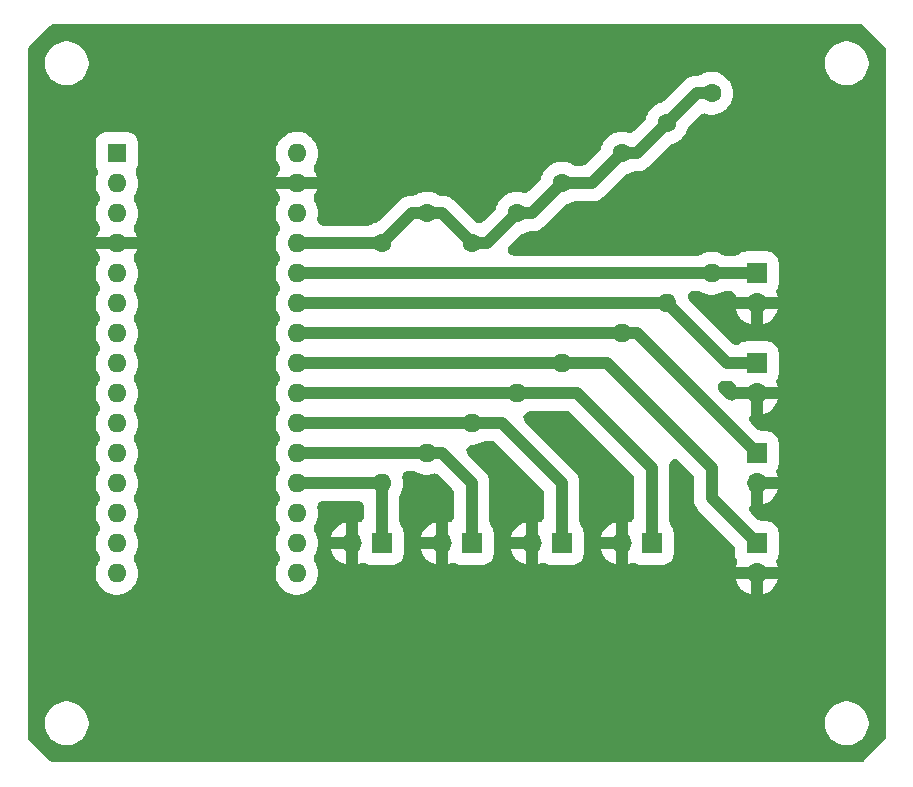
<source format=gbr>
%TF.GenerationSoftware,KiCad,Pcbnew,8.0.6*%
%TF.CreationDate,2025-03-08T18:58:06-08:00*%
%TF.ProjectId,8CH Thermal Monitor,38434820-5468-4657-926d-616c204d6f6e,rev?*%
%TF.SameCoordinates,PX7df6180PY8670810*%
%TF.FileFunction,Copper,L2,Bot*%
%TF.FilePolarity,Positive*%
%FSLAX46Y46*%
G04 Gerber Fmt 4.6, Leading zero omitted, Abs format (unit mm)*
G04 Created by KiCad (PCBNEW 8.0.6) date 2025-03-08 18:58:06*
%MOMM*%
%LPD*%
G01*
G04 APERTURE LIST*
%TA.AperFunction,ComponentPad*%
%ADD10C,1.600000*%
%TD*%
%TA.AperFunction,ComponentPad*%
%ADD11O,1.600000X1.600000*%
%TD*%
%TA.AperFunction,ComponentPad*%
%ADD12R,1.700000X1.700000*%
%TD*%
%TA.AperFunction,ComponentPad*%
%ADD13O,1.700000X1.700000*%
%TD*%
%TA.AperFunction,ComponentPad*%
%ADD14R,1.600000X1.600000*%
%TD*%
%TA.AperFunction,Conductor*%
%ADD15C,1.000000*%
%TD*%
G04 APERTURE END LIST*
D10*
%TO.P,R3,1*%
%TO.N,+5V*%
X40640000Y46990000D03*
D11*
%TO.P,R3,2*%
%TO.N,Net-(A1-A2)*%
X40640000Y31750000D03*
%TD*%
D10*
%TO.P,R6,1*%
%TO.N,+5V*%
X53340000Y54610000D03*
D11*
%TO.P,R6,2*%
%TO.N,Net-(A1-A5)*%
X53340000Y39370000D03*
%TD*%
D12*
%TO.P,J6,1,Pin_1*%
%TO.N,Net-(A1-A5)*%
X64770000Y29210000D03*
D13*
%TO.P,J6,2,Pin_2*%
%TO.N,GND*%
X64770000Y26670000D03*
%TD*%
D14*
%TO.P,A1,1,D1/TX*%
%TO.N,unconnected-(A1-D1{slash}TX-Pad1)*%
X10590000Y54610000D03*
D11*
%TO.P,A1,2,D0/RX*%
%TO.N,unconnected-(A1-D0{slash}RX-Pad2)*%
X10590000Y52070000D03*
%TO.P,A1,3,~{RESET}*%
%TO.N,unconnected-(A1-~{RESET}-Pad3)*%
X10590000Y49530000D03*
%TO.P,A1,4,GND*%
%TO.N,GND*%
X10590000Y46990000D03*
%TO.P,A1,5,D2*%
%TO.N,unconnected-(A1-D2-Pad5)*%
X10590000Y44450000D03*
%TO.P,A1,6,D3*%
%TO.N,unconnected-(A1-D3-Pad6)*%
X10590000Y41910000D03*
%TO.P,A1,7,D4*%
%TO.N,unconnected-(A1-D4-Pad7)*%
X10590000Y39370000D03*
%TO.P,A1,8,D5*%
%TO.N,unconnected-(A1-D5-Pad8)*%
X10590000Y36830000D03*
%TO.P,A1,9,D6*%
%TO.N,unconnected-(A1-D6-Pad9)*%
X10590000Y34290000D03*
%TO.P,A1,10,D7*%
%TO.N,unconnected-(A1-D7-Pad10)*%
X10590000Y31750000D03*
%TO.P,A1,11,D8*%
%TO.N,unconnected-(A1-D8-Pad11)*%
X10590000Y29210000D03*
%TO.P,A1,12,D9*%
%TO.N,unconnected-(A1-D9-Pad12)*%
X10590000Y26670000D03*
%TO.P,A1,13,D10*%
%TO.N,unconnected-(A1-D10-Pad13)*%
X10590000Y24130000D03*
%TO.P,A1,14,D11*%
%TO.N,unconnected-(A1-D11-Pad14)*%
X10590000Y21590000D03*
%TO.P,A1,15,D12*%
%TO.N,unconnected-(A1-D12-Pad15)*%
X10590000Y19050000D03*
%TO.P,A1,16,D13*%
%TO.N,unconnected-(A1-D13-Pad16)*%
X25830000Y19050000D03*
%TO.P,A1,17,3V3*%
%TO.N,unconnected-(A1-3V3-Pad17)*%
X25830000Y21590000D03*
%TO.P,A1,18,AREF*%
%TO.N,unconnected-(A1-AREF-Pad18)*%
X25830000Y24130000D03*
%TO.P,A1,19,A0*%
%TO.N,Net-(A1-A0)*%
X25830000Y26670000D03*
%TO.P,A1,20,A1*%
%TO.N,Net-(A1-A1)*%
X25830000Y29210000D03*
%TO.P,A1,21,A2*%
%TO.N,Net-(A1-A2)*%
X25830000Y31750000D03*
%TO.P,A1,22,A3*%
%TO.N,Net-(A1-A3)*%
X25830000Y34290000D03*
%TO.P,A1,23,A4*%
%TO.N,Net-(A1-A4)*%
X25830000Y36830000D03*
%TO.P,A1,24,A5*%
%TO.N,Net-(A1-A5)*%
X25830000Y39370000D03*
%TO.P,A1,25,A6*%
%TO.N,Net-(A1-A6)*%
X25830000Y41910000D03*
%TO.P,A1,26,A7*%
%TO.N,Net-(A1-A7)*%
X25830000Y44450000D03*
%TO.P,A1,27,+5V*%
%TO.N,+5V*%
X25830000Y46990000D03*
%TO.P,A1,28,~{RESET}*%
%TO.N,unconnected-(A1-~{RESET}-Pad28)*%
X25830000Y49530000D03*
%TO.P,A1,29,GND*%
%TO.N,GND*%
X25830000Y52070000D03*
%TO.P,A1,30,VIN*%
%TO.N,unconnected-(A1-VIN-Pad30)*%
X25830000Y54610000D03*
%TD*%
D12*
%TO.P,J8,1,Pin_1*%
%TO.N,Net-(A1-A7)*%
X64770000Y44450000D03*
D13*
%TO.P,J8,2,Pin_2*%
%TO.N,GND*%
X64770000Y41910000D03*
%TD*%
D12*
%TO.P,J4,1,Pin_1*%
%TO.N,Net-(A1-A3)*%
X55880000Y21590000D03*
D13*
%TO.P,J4,2,Pin_2*%
%TO.N,GND*%
X53340000Y21590000D03*
%TD*%
D12*
%TO.P,J3,1,Pin_1*%
%TO.N,Net-(A1-A2)*%
X48260000Y21590000D03*
D13*
%TO.P,J3,2,Pin_2*%
%TO.N,GND*%
X45720000Y21590000D03*
%TD*%
D10*
%TO.P,R1,1*%
%TO.N,+5V*%
X33020000Y46990000D03*
D11*
%TO.P,R1,2*%
%TO.N,Net-(A1-A0)*%
X33020000Y26670000D03*
%TD*%
D12*
%TO.P,J5,1,Pin_1*%
%TO.N,Net-(A1-A4)*%
X64770000Y21590000D03*
D13*
%TO.P,J5,2,Pin_2*%
%TO.N,GND*%
X64770000Y19050000D03*
%TD*%
D10*
%TO.P,R2,1*%
%TO.N,+5V*%
X36830000Y49530000D03*
D11*
%TO.P,R2,2*%
%TO.N,Net-(A1-A1)*%
X36830000Y29210000D03*
%TD*%
D12*
%TO.P,J7,1,Pin_1*%
%TO.N,Net-(A1-A6)*%
X64770000Y36830000D03*
D13*
%TO.P,J7,2,Pin_2*%
%TO.N,GND*%
X64770000Y34290000D03*
%TD*%
D10*
%TO.P,R7,1*%
%TO.N,+5V*%
X57150000Y57150000D03*
D11*
%TO.P,R7,2*%
%TO.N,Net-(A1-A6)*%
X57150000Y41910000D03*
%TD*%
D10*
%TO.P,R4,1*%
%TO.N,+5V*%
X44450000Y49530000D03*
D11*
%TO.P,R4,2*%
%TO.N,Net-(A1-A3)*%
X44450000Y34290000D03*
%TD*%
D10*
%TO.P,R5,1*%
%TO.N,+5V*%
X48260000Y52070000D03*
D11*
%TO.P,R5,2*%
%TO.N,Net-(A1-A4)*%
X48260000Y36830000D03*
%TD*%
D12*
%TO.P,J1,1,Pin_1*%
%TO.N,Net-(A1-A0)*%
X33020000Y21590000D03*
D13*
%TO.P,J1,2,Pin_2*%
%TO.N,GND*%
X30480000Y21590000D03*
%TD*%
D12*
%TO.P,J2,1,Pin_1*%
%TO.N,Net-(A1-A1)*%
X40640000Y21590000D03*
D13*
%TO.P,J2,2,Pin_2*%
%TO.N,GND*%
X38100000Y21590000D03*
%TD*%
D10*
%TO.P,R8,1*%
%TO.N,+5V*%
X60960000Y59690000D03*
D11*
%TO.P,R8,2*%
%TO.N,Net-(A1-A7)*%
X60960000Y44450000D03*
%TD*%
D15*
%TO.N,Net-(A1-A0)*%
X25830000Y26670000D02*
X33020000Y26670000D01*
X33020000Y26670000D02*
X33020000Y21590000D01*
%TO.N,Net-(A1-A3)*%
X44450000Y34290000D02*
X49530000Y34290000D01*
X49530000Y34290000D02*
X55880000Y27940000D01*
X55880000Y27940000D02*
X55880000Y21590000D01*
X44450000Y34290000D02*
X25830000Y34290000D01*
%TO.N,Net-(A1-A7)*%
X60960000Y44450000D02*
X64770000Y44450000D01*
X25830000Y44450000D02*
X60960000Y44450000D01*
%TO.N,Net-(A1-A4)*%
X64770000Y21590000D02*
X60960000Y25400000D01*
X52070000Y36830000D02*
X48260000Y36830000D01*
X60960000Y25400000D02*
X60960000Y27940000D01*
X60960000Y27940000D02*
X52070000Y36830000D01*
X48260000Y36830000D02*
X25830000Y36830000D01*
%TO.N,+5V*%
X41910000Y46990000D02*
X44450000Y49530000D01*
X50800000Y52070000D02*
X53340000Y54610000D01*
X54610000Y54610000D02*
X57150000Y57150000D01*
X40640000Y46990000D02*
X41910000Y46990000D01*
X60960000Y59690000D02*
X59690000Y59690000D01*
X25830000Y46990000D02*
X33020000Y46990000D01*
X48260000Y52070000D02*
X50800000Y52070000D01*
X45720000Y49530000D02*
X48260000Y52070000D01*
X36830000Y49530000D02*
X35560000Y49530000D01*
X53340000Y54610000D02*
X54610000Y54610000D01*
X44450000Y49530000D02*
X45720000Y49530000D01*
X38100000Y49530000D02*
X40640000Y46990000D01*
X35560000Y49530000D02*
X33020000Y46990000D01*
X59690000Y59690000D02*
X57150000Y57150000D01*
X36830000Y49530000D02*
X38100000Y49530000D01*
%TO.N,Net-(A1-A1)*%
X25830000Y29210000D02*
X36830000Y29210000D01*
X36830000Y29210000D02*
X38100000Y29210000D01*
X38100000Y29210000D02*
X40640000Y26670000D01*
X40640000Y26670000D02*
X40640000Y21590000D01*
%TO.N,Net-(A1-A6)*%
X57150000Y41910000D02*
X25830000Y41910000D01*
X62230000Y36830000D02*
X57150000Y41910000D01*
X64770000Y36830000D02*
X62230000Y36830000D01*
%TO.N,Net-(A1-A5)*%
X64770000Y29210000D02*
X54610000Y39370000D01*
X25830000Y39370000D02*
X53340000Y39370000D01*
X54610000Y39370000D02*
X53340000Y39370000D01*
%TO.N,Net-(A1-A2)*%
X25830000Y31750000D02*
X40640000Y31750000D01*
X40640000Y31750000D02*
X43180000Y31750000D01*
X48260000Y26670000D02*
X48260000Y21590000D01*
X43180000Y31750000D02*
X48260000Y26670000D01*
%TD*%
%TA.AperFunction,Conductor*%
%TO.N,GND*%
G36*
X64290112Y26810885D02*
G01*
X64290213Y26811585D01*
X64290423Y26812046D01*
X64290112Y26810885D01*
G37*
%TD.AperFunction*%
%TA.AperFunction,Conductor*%
G36*
X73634393Y65519287D02*
G01*
X73763588Y65460286D01*
X73846654Y65393346D01*
X75553346Y63686654D01*
X75638462Y63572953D01*
X75688096Y63439878D01*
X75699500Y63333808D01*
X75699500Y5246192D01*
X75679287Y5105607D01*
X75620286Y4976412D01*
X75553346Y4893346D01*
X73846654Y3186654D01*
X73732953Y3101538D01*
X73599878Y3051904D01*
X73493808Y3040500D01*
X5246192Y3040500D01*
X5105607Y3060713D01*
X4976412Y3119714D01*
X4893346Y3186654D01*
X3186654Y4893346D01*
X3101538Y5007047D01*
X3051904Y5140122D01*
X3040500Y5246192D01*
X3040500Y6471288D01*
X4499500Y6471288D01*
X4499500Y6228713D01*
X4531160Y5988219D01*
X4531161Y5988213D01*
X4593946Y5753899D01*
X4593947Y5753896D01*
X4686775Y5529789D01*
X4808061Y5319716D01*
X4808066Y5319707D01*
X4955728Y5127270D01*
X4955739Y5127258D01*
X5127257Y4955740D01*
X5127269Y4955729D01*
X5319706Y4808067D01*
X5319709Y4808065D01*
X5319711Y4808064D01*
X5529788Y4686776D01*
X5753900Y4593946D01*
X5988211Y4531162D01*
X5988215Y4531162D01*
X5988218Y4531161D01*
X6228712Y4499500D01*
X6471288Y4499500D01*
X6711781Y4531161D01*
X6711779Y4531161D01*
X6711789Y4531162D01*
X6946100Y4593946D01*
X7170212Y4686776D01*
X7380289Y4808064D01*
X7572738Y4955735D01*
X7744265Y5127262D01*
X7891936Y5319711D01*
X8013224Y5529788D01*
X8106054Y5753900D01*
X8168838Y5988211D01*
X8200500Y6228712D01*
X8200500Y6471288D01*
X70539500Y6471288D01*
X70539500Y6228713D01*
X70571160Y5988219D01*
X70571161Y5988213D01*
X70633946Y5753899D01*
X70633947Y5753896D01*
X70726775Y5529789D01*
X70848061Y5319716D01*
X70848066Y5319707D01*
X70995728Y5127270D01*
X70995739Y5127258D01*
X71167257Y4955740D01*
X71167269Y4955729D01*
X71359706Y4808067D01*
X71359709Y4808065D01*
X71359711Y4808064D01*
X71569788Y4686776D01*
X71793900Y4593946D01*
X72028211Y4531162D01*
X72028215Y4531162D01*
X72028218Y4531161D01*
X72268712Y4499500D01*
X72511288Y4499500D01*
X72751781Y4531161D01*
X72751779Y4531161D01*
X72751789Y4531162D01*
X72986100Y4593946D01*
X73210212Y4686776D01*
X73420289Y4808064D01*
X73612738Y4955735D01*
X73784265Y5127262D01*
X73931936Y5319711D01*
X74053224Y5529788D01*
X74146054Y5753900D01*
X74208838Y5988211D01*
X74240500Y6228712D01*
X74240500Y6471288D01*
X74208838Y6711789D01*
X74146054Y6946100D01*
X74053224Y7170212D01*
X73931936Y7380289D01*
X73931935Y7380291D01*
X73931933Y7380294D01*
X73784271Y7572731D01*
X73784260Y7572743D01*
X73612742Y7744261D01*
X73612730Y7744272D01*
X73420293Y7891934D01*
X73420284Y7891939D01*
X73210211Y8013225D01*
X72986104Y8106053D01*
X72986101Y8106054D01*
X72751787Y8168839D01*
X72751781Y8168840D01*
X72511288Y8200500D01*
X72268712Y8200500D01*
X72028218Y8168840D01*
X72028212Y8168839D01*
X71793898Y8106054D01*
X71793895Y8106053D01*
X71569788Y8013225D01*
X71359715Y7891939D01*
X71359706Y7891934D01*
X71167269Y7744272D01*
X71167257Y7744261D01*
X70995739Y7572743D01*
X70995728Y7572731D01*
X70848066Y7380294D01*
X70848061Y7380285D01*
X70726775Y7170212D01*
X70633947Y6946105D01*
X70633946Y6946102D01*
X70571161Y6711788D01*
X70571160Y6711782D01*
X70539500Y6471288D01*
X8200500Y6471288D01*
X8168838Y6711789D01*
X8106054Y6946100D01*
X8013224Y7170212D01*
X7891936Y7380289D01*
X7891935Y7380291D01*
X7891933Y7380294D01*
X7744271Y7572731D01*
X7744260Y7572743D01*
X7572742Y7744261D01*
X7572730Y7744272D01*
X7380293Y7891934D01*
X7380284Y7891939D01*
X7170211Y8013225D01*
X6946104Y8106053D01*
X6946101Y8106054D01*
X6711787Y8168839D01*
X6711781Y8168840D01*
X6471288Y8200500D01*
X6228712Y8200500D01*
X5988218Y8168840D01*
X5988212Y8168839D01*
X5753898Y8106054D01*
X5753895Y8106053D01*
X5529788Y8013225D01*
X5319715Y7891939D01*
X5319706Y7891934D01*
X5127269Y7744272D01*
X5127257Y7744261D01*
X4955739Y7572743D01*
X4955728Y7572731D01*
X4808066Y7380294D01*
X4808061Y7380285D01*
X4686775Y7170212D01*
X4593947Y6946105D01*
X4593946Y6946102D01*
X4531161Y6711788D01*
X4531160Y6711782D01*
X4499500Y6471288D01*
X3040500Y6471288D01*
X3040500Y52070000D01*
X8784451Y52070000D01*
X8804617Y51800897D01*
X8804618Y51800893D01*
X8864667Y51537800D01*
X8963255Y51286605D01*
X8963259Y51286597D01*
X9100147Y51049497D01*
X9152934Y50917640D01*
X9166434Y50776253D01*
X9139553Y50636790D01*
X9100147Y50550503D01*
X8963259Y50313404D01*
X8963255Y50313396D01*
X8864667Y50062201D01*
X8824592Y49886619D01*
X8804617Y49799103D01*
X8784451Y49530000D01*
X8804617Y49260897D01*
X8804618Y49260893D01*
X8864667Y48997800D01*
X8963255Y48746605D01*
X8963256Y48746603D01*
X9100437Y48508997D01*
X9153223Y48377141D01*
X9166724Y48235753D01*
X9139844Y48096290D01*
X9100436Y48010000D01*
X8963710Y47773183D01*
X8963704Y47773172D01*
X8865146Y47522049D01*
X8865146Y47522048D01*
X8857832Y47490000D01*
X10524174Y47490000D01*
X10397007Y47455925D01*
X10282993Y47390099D01*
X10189901Y47297007D01*
X10124075Y47182993D01*
X10090000Y47055826D01*
X10090000Y46924174D01*
X10124075Y46797007D01*
X10189901Y46682993D01*
X10282993Y46589901D01*
X10397007Y46524075D01*
X10524174Y46490000D01*
X8857832Y46490000D01*
X8865146Y46457953D01*
X8865146Y46457952D01*
X8963704Y46206829D01*
X8963707Y46206824D01*
X9100436Y45970002D01*
X9153223Y45838146D01*
X9166724Y45696758D01*
X9139844Y45557295D01*
X9100437Y45471005D01*
X8963259Y45233404D01*
X8963255Y45233396D01*
X8864667Y44982201D01*
X8864666Y44982195D01*
X8804617Y44719103D01*
X8784451Y44450000D01*
X8804617Y44180897D01*
X8804618Y44180893D01*
X8864667Y43917800D01*
X8963255Y43666605D01*
X8963259Y43666597D01*
X9100147Y43429497D01*
X9152934Y43297640D01*
X9166434Y43156253D01*
X9139553Y43016790D01*
X9100147Y42930503D01*
X8963259Y42693404D01*
X8963255Y42693396D01*
X8864667Y42442201D01*
X8849540Y42375925D01*
X8804617Y42179103D01*
X8784451Y41910000D01*
X8804617Y41640897D01*
X8804618Y41640893D01*
X8864667Y41377800D01*
X8963255Y41126605D01*
X8963259Y41126597D01*
X9100147Y40889497D01*
X9152934Y40757640D01*
X9166434Y40616253D01*
X9139553Y40476790D01*
X9100147Y40390503D01*
X8963259Y40153404D01*
X8963255Y40153396D01*
X8864667Y39902201D01*
X8864666Y39902195D01*
X8804617Y39639103D01*
X8784451Y39370000D01*
X8804617Y39100897D01*
X8804618Y39100893D01*
X8864667Y38837800D01*
X8963255Y38586605D01*
X8963259Y38586597D01*
X9100147Y38349497D01*
X9152934Y38217640D01*
X9166434Y38076253D01*
X9139553Y37936790D01*
X9100147Y37850503D01*
X8963259Y37613404D01*
X8963255Y37613396D01*
X8864667Y37362201D01*
X8864666Y37362195D01*
X8804617Y37099103D01*
X8784451Y36830000D01*
X8804617Y36560897D01*
X8804618Y36560893D01*
X8864667Y36297800D01*
X8963255Y36046605D01*
X8963259Y36046597D01*
X9100147Y35809497D01*
X9152934Y35677640D01*
X9166434Y35536253D01*
X9139553Y35396790D01*
X9100147Y35310503D01*
X8963259Y35073404D01*
X8963255Y35073396D01*
X8864667Y34822201D01*
X8849540Y34755925D01*
X8804617Y34559103D01*
X8784451Y34290000D01*
X8804617Y34020897D01*
X8804618Y34020893D01*
X8864667Y33757800D01*
X8963255Y33506605D01*
X8963259Y33506597D01*
X9100147Y33269497D01*
X9152934Y33137640D01*
X9166434Y32996253D01*
X9139553Y32856790D01*
X9100147Y32770503D01*
X8963259Y32533404D01*
X8963255Y32533396D01*
X8864667Y32282201D01*
X8864666Y32282195D01*
X8804617Y32019103D01*
X8784451Y31750000D01*
X8804617Y31480897D01*
X8804618Y31480893D01*
X8864667Y31217800D01*
X8963255Y30966605D01*
X8963259Y30966597D01*
X9100147Y30729497D01*
X9152934Y30597640D01*
X9166434Y30456253D01*
X9139553Y30316790D01*
X9100147Y30230503D01*
X8963259Y29993404D01*
X8963255Y29993396D01*
X8864667Y29742201D01*
X8804618Y29479108D01*
X8804617Y29479103D01*
X8784451Y29210000D01*
X8804617Y28940897D01*
X8809955Y28917510D01*
X8864667Y28677800D01*
X8963255Y28426605D01*
X8963259Y28426597D01*
X9100147Y28189497D01*
X9152934Y28057640D01*
X9166434Y27916253D01*
X9139553Y27776790D01*
X9100147Y27690503D01*
X8963259Y27453404D01*
X8963255Y27453396D01*
X8864667Y27202201D01*
X8834516Y27070099D01*
X8804617Y26939103D01*
X8784451Y26670000D01*
X8804617Y26400897D01*
X8804618Y26400893D01*
X8864667Y26137800D01*
X8963255Y25886605D01*
X8963259Y25886597D01*
X9100147Y25649497D01*
X9152934Y25517640D01*
X9166434Y25376253D01*
X9139553Y25236790D01*
X9100147Y25150503D01*
X8963259Y24913404D01*
X8963255Y24913396D01*
X8864667Y24662201D01*
X8813707Y24438930D01*
X8804617Y24399103D01*
X8784451Y24130000D01*
X8804617Y23860897D01*
X8804618Y23860893D01*
X8864667Y23597800D01*
X8963255Y23346605D01*
X8963259Y23346597D01*
X9100147Y23109497D01*
X9152934Y22977640D01*
X9166434Y22836253D01*
X9139553Y22696790D01*
X9100147Y22610503D01*
X8963259Y22373404D01*
X8963255Y22373396D01*
X8864667Y22122201D01*
X8849540Y22055925D01*
X8804617Y21859103D01*
X8784451Y21590000D01*
X8804617Y21320897D01*
X8813268Y21282993D01*
X8864667Y21057800D01*
X8963255Y20806605D01*
X8963259Y20806597D01*
X9100147Y20569497D01*
X9152934Y20437640D01*
X9166434Y20296253D01*
X9139553Y20156790D01*
X9100147Y20070503D01*
X8963259Y19833404D01*
X8963255Y19833396D01*
X8864667Y19582201D01*
X8849540Y19515925D01*
X8804617Y19319103D01*
X8784451Y19050000D01*
X8804617Y18780897D01*
X8804618Y18780893D01*
X8864667Y18517800D01*
X8963255Y18266605D01*
X8963256Y18266603D01*
X9098180Y18032906D01*
X9098191Y18032890D01*
X9266436Y17821918D01*
X9266438Y17821916D01*
X9266439Y17821915D01*
X9464259Y17638365D01*
X9687226Y17486349D01*
X9930359Y17369262D01*
X10188228Y17289720D01*
X10455071Y17249500D01*
X10455075Y17249500D01*
X10724925Y17249500D01*
X10724929Y17249500D01*
X10991772Y17289720D01*
X11249641Y17369262D01*
X11492775Y17486349D01*
X11715741Y17638365D01*
X11913561Y17821915D01*
X12081815Y18032898D01*
X12216743Y18266602D01*
X12315334Y18517805D01*
X12375383Y18780897D01*
X12395549Y19050000D01*
X12375383Y19319103D01*
X12315334Y19582195D01*
X12253595Y19739501D01*
X12216744Y19833396D01*
X12216743Y19833398D01*
X12079852Y20070502D01*
X12027066Y20202358D01*
X12013565Y20343745D01*
X12040445Y20483209D01*
X12079852Y20569498D01*
X12144783Y20681963D01*
X12216743Y20806602D01*
X12315334Y21057805D01*
X12375383Y21320897D01*
X12395549Y21590000D01*
X12375383Y21859103D01*
X12315334Y22122195D01*
X12221811Y22360484D01*
X12216744Y22373396D01*
X12216743Y22373398D01*
X12079852Y22610502D01*
X12027066Y22742358D01*
X12013565Y22883745D01*
X12040445Y23023209D01*
X12079852Y23109498D01*
X12137578Y23209483D01*
X12216743Y23346602D01*
X12315334Y23597805D01*
X12375383Y23860897D01*
X12395549Y24130000D01*
X12375383Y24399103D01*
X12315334Y24662195D01*
X12312074Y24670500D01*
X12216744Y24913396D01*
X12216743Y24913398D01*
X12079852Y25150502D01*
X12027066Y25282358D01*
X12013565Y25423745D01*
X12040445Y25563209D01*
X12079852Y25649498D01*
X12090500Y25667941D01*
X12216743Y25886602D01*
X12315334Y26137805D01*
X12375383Y26400897D01*
X12395549Y26670000D01*
X12375383Y26939103D01*
X12315334Y27202195D01*
X12309189Y27217851D01*
X12216744Y27453396D01*
X12216743Y27453398D01*
X12079852Y27690502D01*
X12027066Y27822358D01*
X12013565Y27963745D01*
X12040445Y28103209D01*
X12079852Y28189498D01*
X12144783Y28301963D01*
X12216743Y28426602D01*
X12315334Y28677805D01*
X12375383Y28940897D01*
X12395549Y29210000D01*
X12375383Y29479103D01*
X12315334Y29742195D01*
X12312451Y29749540D01*
X12216744Y29993396D01*
X12216743Y29993398D01*
X12079852Y30230502D01*
X12027066Y30362358D01*
X12013565Y30503745D01*
X12040445Y30643209D01*
X12079852Y30729498D01*
X12216740Y30966597D01*
X12216743Y30966602D01*
X12315334Y31217805D01*
X12375383Y31480897D01*
X12395549Y31750000D01*
X12375383Y32019103D01*
X12315334Y32282195D01*
X12243964Y32464040D01*
X12216744Y32533396D01*
X12216743Y32533398D01*
X12079852Y32770502D01*
X12027066Y32902358D01*
X12013565Y33043745D01*
X12040445Y33183209D01*
X12079852Y33269498D01*
X12216740Y33506597D01*
X12216743Y33506602D01*
X12315334Y33757805D01*
X12375383Y34020897D01*
X12395549Y34290000D01*
X12375383Y34559103D01*
X12315334Y34822195D01*
X12253595Y34979501D01*
X12216744Y35073396D01*
X12216743Y35073398D01*
X12079852Y35310502D01*
X12027066Y35442358D01*
X12013565Y35583745D01*
X12040445Y35723209D01*
X12079852Y35809498D01*
X12216740Y36046597D01*
X12216743Y36046602D01*
X12315334Y36297805D01*
X12375383Y36560897D01*
X12395549Y36830000D01*
X12375383Y37099103D01*
X12315334Y37362195D01*
X12216743Y37613398D01*
X12081815Y37847102D01*
X12081814Y37847103D01*
X12079852Y37850502D01*
X12027066Y37982358D01*
X12013565Y38123745D01*
X12040445Y38263209D01*
X12079852Y38349498D01*
X12159971Y38488269D01*
X12216743Y38586602D01*
X12315334Y38837805D01*
X12375383Y39100897D01*
X12395549Y39370000D01*
X12375383Y39639103D01*
X12315334Y39902195D01*
X12227691Y40125502D01*
X12216744Y40153396D01*
X12216743Y40153398D01*
X12079852Y40390502D01*
X12027066Y40522358D01*
X12013565Y40663745D01*
X12040445Y40803209D01*
X12079852Y40889498D01*
X12216740Y41126597D01*
X12216743Y41126602D01*
X12315334Y41377805D01*
X12375383Y41640897D01*
X12395549Y41910000D01*
X12375383Y42179103D01*
X12315334Y42442195D01*
X12253595Y42599501D01*
X12216744Y42693396D01*
X12216743Y42693398D01*
X12079852Y42930502D01*
X12027066Y43062358D01*
X12013565Y43203745D01*
X12040445Y43343209D01*
X12079852Y43429498D01*
X12216740Y43666597D01*
X12216743Y43666602D01*
X12315334Y43917805D01*
X12375383Y44180897D01*
X12395549Y44450000D01*
X12375383Y44719103D01*
X12315334Y44982195D01*
X12216743Y45233398D01*
X12081815Y45467102D01*
X12079563Y45471003D01*
X12026776Y45602860D01*
X12013275Y45744247D01*
X12040155Y45883710D01*
X12079564Y45970003D01*
X12216291Y46206820D01*
X12216295Y46206829D01*
X12314853Y46457952D01*
X12314853Y46457953D01*
X12322168Y46490000D01*
X10655826Y46490000D01*
X10782993Y46524075D01*
X10897007Y46589901D01*
X10990099Y46682993D01*
X11055925Y46797007D01*
X11090000Y46924174D01*
X11090000Y47055826D01*
X11055925Y47182993D01*
X10990099Y47297007D01*
X10897007Y47390099D01*
X10782993Y47455925D01*
X10655826Y47490000D01*
X12322167Y47490000D01*
X12314853Y47522048D01*
X12314853Y47522049D01*
X12216295Y47773172D01*
X12216287Y47773187D01*
X12079564Y48009999D01*
X12026776Y48141855D01*
X12013275Y48283242D01*
X12040154Y48422705D01*
X12079563Y48508998D01*
X12105344Y48553651D01*
X12216743Y48746602D01*
X12315334Y48997805D01*
X12375383Y49260897D01*
X12395549Y49530000D01*
X12375383Y49799103D01*
X12315334Y50062195D01*
X12216743Y50313398D01*
X12081815Y50547102D01*
X12081814Y50547103D01*
X12079852Y50550502D01*
X12027066Y50682358D01*
X12013565Y50823745D01*
X12040445Y50963209D01*
X12079852Y51049498D01*
X12105342Y51093649D01*
X12216743Y51286602D01*
X12315334Y51537805D01*
X12375383Y51800897D01*
X12395549Y52070000D01*
X12375383Y52339103D01*
X12315334Y52602195D01*
X12216743Y52853398D01*
X12216740Y52853404D01*
X12215045Y52857722D01*
X12182499Y52995973D01*
X12190220Y53137793D01*
X12237255Y53271062D01*
X12323909Y53436951D01*
X12379886Y53632582D01*
X12390500Y53751963D01*
X12390499Y54610000D01*
X24024451Y54610000D01*
X24044617Y54340897D01*
X24044618Y54340893D01*
X24104667Y54077800D01*
X24203255Y53826605D01*
X24203256Y53826603D01*
X24340437Y53588997D01*
X24393223Y53457141D01*
X24406724Y53315753D01*
X24379844Y53176290D01*
X24340436Y53090000D01*
X24203710Y52853183D01*
X24203704Y52853172D01*
X24105146Y52602049D01*
X24105146Y52602048D01*
X24097832Y52570000D01*
X25764174Y52570000D01*
X25637007Y52535925D01*
X25522993Y52470099D01*
X25429901Y52377007D01*
X25364075Y52262993D01*
X25330000Y52135826D01*
X25330000Y52004174D01*
X25364075Y51877007D01*
X25429901Y51762993D01*
X25522993Y51669901D01*
X25637007Y51604075D01*
X25764174Y51570000D01*
X24097832Y51570000D01*
X24105146Y51537953D01*
X24105146Y51537952D01*
X24203704Y51286829D01*
X24203707Y51286824D01*
X24340436Y51050002D01*
X24393223Y50918146D01*
X24406724Y50776758D01*
X24379844Y50637295D01*
X24340437Y50551005D01*
X24203259Y50313404D01*
X24203255Y50313396D01*
X24104667Y50062201D01*
X24064592Y49886619D01*
X24044617Y49799103D01*
X24024451Y49530000D01*
X24044617Y49260897D01*
X24044618Y49260893D01*
X24104667Y48997800D01*
X24203255Y48746605D01*
X24203259Y48746597D01*
X24340147Y48509497D01*
X24392934Y48377640D01*
X24406434Y48236253D01*
X24379553Y48096790D01*
X24340147Y48010503D01*
X24203259Y47773404D01*
X24203255Y47773396D01*
X24104667Y47522201D01*
X24089540Y47455925D01*
X24044617Y47259103D01*
X24024451Y46990000D01*
X24044617Y46720897D01*
X24044618Y46720893D01*
X24104667Y46457800D01*
X24203255Y46206605D01*
X24203259Y46206597D01*
X24340147Y45969497D01*
X24392934Y45837640D01*
X24406434Y45696253D01*
X24379553Y45556790D01*
X24340147Y45470503D01*
X24203259Y45233404D01*
X24203255Y45233396D01*
X24104667Y44982201D01*
X24104666Y44982195D01*
X24044617Y44719103D01*
X24024451Y44450000D01*
X24044617Y44180897D01*
X24044618Y44180893D01*
X24104667Y43917800D01*
X24203255Y43666605D01*
X24203259Y43666597D01*
X24340147Y43429497D01*
X24392934Y43297640D01*
X24406434Y43156253D01*
X24379553Y43016790D01*
X24340147Y42930503D01*
X24203259Y42693404D01*
X24203255Y42693396D01*
X24104667Y42442201D01*
X24089540Y42375925D01*
X24044617Y42179103D01*
X24024451Y41910000D01*
X24044617Y41640897D01*
X24044618Y41640893D01*
X24104667Y41377800D01*
X24203255Y41126605D01*
X24203259Y41126597D01*
X24340147Y40889497D01*
X24392934Y40757640D01*
X24406434Y40616253D01*
X24379553Y40476790D01*
X24340147Y40390503D01*
X24203259Y40153404D01*
X24203255Y40153396D01*
X24104667Y39902201D01*
X24104666Y39902195D01*
X24044617Y39639103D01*
X24024451Y39370000D01*
X24044617Y39100897D01*
X24044618Y39100893D01*
X24104667Y38837800D01*
X24203255Y38586605D01*
X24203259Y38586597D01*
X24340147Y38349497D01*
X24392934Y38217640D01*
X24406434Y38076253D01*
X24379553Y37936790D01*
X24340147Y37850503D01*
X24203259Y37613404D01*
X24203255Y37613396D01*
X24104667Y37362201D01*
X24104666Y37362195D01*
X24044617Y37099103D01*
X24024451Y36830000D01*
X24044617Y36560897D01*
X24044618Y36560893D01*
X24104667Y36297800D01*
X24203255Y36046605D01*
X24203259Y36046597D01*
X24340147Y35809497D01*
X24392934Y35677640D01*
X24406434Y35536253D01*
X24379553Y35396790D01*
X24340147Y35310503D01*
X24203259Y35073404D01*
X24203255Y35073396D01*
X24104667Y34822201D01*
X24089540Y34755925D01*
X24044617Y34559103D01*
X24024451Y34290000D01*
X24044617Y34020897D01*
X24044618Y34020893D01*
X24104667Y33757800D01*
X24203255Y33506605D01*
X24203259Y33506597D01*
X24340147Y33269497D01*
X24392934Y33137640D01*
X24406434Y32996253D01*
X24379553Y32856790D01*
X24340147Y32770503D01*
X24203259Y32533404D01*
X24203255Y32533396D01*
X24104667Y32282201D01*
X24104666Y32282195D01*
X24044617Y32019103D01*
X24024451Y31750000D01*
X24044617Y31480897D01*
X24044618Y31480893D01*
X24104667Y31217800D01*
X24203255Y30966605D01*
X24203259Y30966597D01*
X24340147Y30729497D01*
X24392934Y30597640D01*
X24406434Y30456253D01*
X24379553Y30316790D01*
X24340147Y30230503D01*
X24203259Y29993404D01*
X24203255Y29993396D01*
X24104667Y29742201D01*
X24044618Y29479108D01*
X24044617Y29479103D01*
X24024451Y29210000D01*
X24044617Y28940897D01*
X24049955Y28917510D01*
X24104667Y28677800D01*
X24203255Y28426605D01*
X24203259Y28426597D01*
X24340147Y28189497D01*
X24392934Y28057640D01*
X24406434Y27916253D01*
X24379553Y27776790D01*
X24340147Y27690503D01*
X24203259Y27453404D01*
X24203255Y27453396D01*
X24104667Y27202201D01*
X24074516Y27070099D01*
X24044617Y26939103D01*
X24024451Y26670000D01*
X24044617Y26400897D01*
X24044618Y26400893D01*
X24104667Y26137800D01*
X24203255Y25886605D01*
X24203259Y25886597D01*
X24340147Y25649497D01*
X24392934Y25517640D01*
X24406434Y25376253D01*
X24379553Y25236790D01*
X24340147Y25150503D01*
X24203259Y24913404D01*
X24203255Y24913396D01*
X24104667Y24662201D01*
X24053707Y24438930D01*
X24044617Y24399103D01*
X24024451Y24130000D01*
X24044617Y23860897D01*
X24044618Y23860893D01*
X24104667Y23597800D01*
X24203255Y23346605D01*
X24203259Y23346597D01*
X24340147Y23109497D01*
X24392934Y22977640D01*
X24406434Y22836253D01*
X24379553Y22696790D01*
X24340147Y22610503D01*
X24203259Y22373404D01*
X24203255Y22373396D01*
X24104667Y22122201D01*
X24089540Y22055925D01*
X24044617Y21859103D01*
X24024451Y21590000D01*
X24044617Y21320897D01*
X24053268Y21282993D01*
X24104667Y21057800D01*
X24203255Y20806605D01*
X24203259Y20806597D01*
X24340147Y20569497D01*
X24392934Y20437640D01*
X24406434Y20296253D01*
X24379553Y20156790D01*
X24340147Y20070503D01*
X24203259Y19833404D01*
X24203255Y19833396D01*
X24104667Y19582201D01*
X24089540Y19515925D01*
X24044617Y19319103D01*
X24024451Y19050000D01*
X24044617Y18780897D01*
X24044618Y18780893D01*
X24104667Y18517800D01*
X24203255Y18266605D01*
X24203256Y18266603D01*
X24338180Y18032906D01*
X24338191Y18032890D01*
X24506436Y17821918D01*
X24506438Y17821916D01*
X24506439Y17821915D01*
X24704259Y17638365D01*
X24927226Y17486349D01*
X25170359Y17369262D01*
X25428228Y17289720D01*
X25695071Y17249500D01*
X25695075Y17249500D01*
X25964925Y17249500D01*
X25964929Y17249500D01*
X26231772Y17289720D01*
X26489641Y17369262D01*
X26732775Y17486349D01*
X26955741Y17638365D01*
X27153561Y17821915D01*
X27321815Y18032898D01*
X27456743Y18266602D01*
X27555334Y18517805D01*
X27562682Y18550000D01*
X62985500Y18550000D01*
X62990402Y18527466D01*
X63082882Y18279517D01*
X63209702Y18047263D01*
X63368294Y17835410D01*
X63555409Y17648295D01*
X63767262Y17489703D01*
X63999516Y17362883D01*
X64247460Y17270405D01*
X64270000Y17265502D01*
X65270000Y17265502D01*
X65292539Y17270405D01*
X65540483Y17362883D01*
X65772737Y17489703D01*
X65984590Y17648295D01*
X66171705Y17835410D01*
X66330297Y18047263D01*
X66457117Y18279517D01*
X66549597Y18527466D01*
X66554500Y18550000D01*
X65270000Y18550000D01*
X65270000Y17265502D01*
X64270000Y17265502D01*
X64270000Y18550000D01*
X62985500Y18550000D01*
X27562682Y18550000D01*
X27615383Y18780897D01*
X27635549Y19050000D01*
X27615383Y19319103D01*
X27555334Y19582195D01*
X27493595Y19739501D01*
X27456744Y19833396D01*
X27456743Y19833398D01*
X27319852Y20070502D01*
X27267066Y20202358D01*
X27253565Y20343745D01*
X27280445Y20483209D01*
X27319852Y20569498D01*
X27384783Y20681963D01*
X27456743Y20806602D01*
X27555334Y21057805D01*
X27562682Y21090000D01*
X28695500Y21090000D01*
X28700402Y21067466D01*
X28792882Y20819517D01*
X28919702Y20587263D01*
X29078294Y20375410D01*
X29265409Y20188295D01*
X29477262Y20029703D01*
X29709516Y19902883D01*
X29957460Y19810405D01*
X29980000Y19805502D01*
X29980000Y21090000D01*
X28695500Y21090000D01*
X27562682Y21090000D01*
X27615383Y21320897D01*
X27635549Y21590000D01*
X27615383Y21859103D01*
X27562682Y22090001D01*
X28695499Y22090001D01*
X28695500Y22090000D01*
X29980000Y22090000D01*
X29980000Y23374500D01*
X29979999Y23374501D01*
X29957465Y23369598D01*
X29709516Y23277118D01*
X29477262Y23150298D01*
X29265409Y22991706D01*
X29078294Y22804591D01*
X28919702Y22592738D01*
X28792882Y22360484D01*
X28700402Y22112535D01*
X28695499Y22090001D01*
X27562682Y22090001D01*
X27555334Y22122195D01*
X27461811Y22360484D01*
X27456744Y22373396D01*
X27456743Y22373398D01*
X27319852Y22610502D01*
X27267066Y22742358D01*
X27253565Y22883745D01*
X27280445Y23023209D01*
X27319852Y23109498D01*
X27377578Y23209483D01*
X27456743Y23346602D01*
X27555334Y23597805D01*
X27615383Y23860897D01*
X27635549Y24130000D01*
X27615383Y24399103D01*
X27578781Y24559464D01*
X27567205Y24701019D01*
X27595978Y24840104D01*
X27662771Y24965449D01*
X27762172Y25066899D01*
X27886128Y25136235D01*
X28024597Y25167840D01*
X28065271Y25169500D01*
X31020500Y25169500D01*
X31161085Y25149287D01*
X31290280Y25090286D01*
X31397619Y24997276D01*
X31474406Y24877792D01*
X31514421Y24741515D01*
X31519500Y24670500D01*
X31519500Y23876362D01*
X31499287Y23735777D01*
X31440286Y23606582D01*
X31347276Y23499243D01*
X31227792Y23422456D01*
X31091515Y23382441D01*
X30989854Y23382441D01*
X30980000Y23374500D01*
X30980000Y21655826D01*
X30945925Y21782993D01*
X30880099Y21897007D01*
X30787007Y21990099D01*
X30672993Y22055925D01*
X30545826Y22090000D01*
X30414174Y22090000D01*
X30287007Y22055925D01*
X30172993Y21990099D01*
X30079901Y21897007D01*
X30014075Y21782993D01*
X29980000Y21655826D01*
X29980000Y21524174D01*
X30014075Y21397007D01*
X30079901Y21282993D01*
X30172993Y21189901D01*
X30287007Y21124075D01*
X30414174Y21090000D01*
X30545826Y21090000D01*
X30672993Y21124075D01*
X30787007Y21189901D01*
X30880099Y21282993D01*
X30945925Y21397007D01*
X30980000Y21524174D01*
X30980000Y19805502D01*
X31002540Y19810405D01*
X31252860Y19903770D01*
X31391644Y19933961D01*
X31533313Y19923830D01*
X31658281Y19878526D01*
X31796951Y19806091D01*
X31992582Y19750114D01*
X32111963Y19739500D01*
X33928036Y19739501D01*
X34047418Y19750114D01*
X34243049Y19806091D01*
X34423407Y19900302D01*
X34581109Y20028891D01*
X34709698Y20186593D01*
X34803909Y20366951D01*
X34859886Y20562582D01*
X34870500Y20681963D01*
X34870500Y21090000D01*
X36315500Y21090000D01*
X36320402Y21067466D01*
X36412882Y20819517D01*
X36539702Y20587263D01*
X36698294Y20375410D01*
X36885409Y20188295D01*
X37097262Y20029703D01*
X37329516Y19902883D01*
X37577460Y19810405D01*
X37600000Y19805502D01*
X37600000Y21090000D01*
X36315500Y21090000D01*
X34870500Y21090000D01*
X34870499Y22090001D01*
X36315499Y22090001D01*
X36315500Y22090000D01*
X37600000Y22090000D01*
X37600000Y23374500D01*
X37599999Y23374501D01*
X37577465Y23369598D01*
X37329516Y23277118D01*
X37097262Y23150298D01*
X36885409Y22991706D01*
X36698294Y22804591D01*
X36539702Y22592738D01*
X36412882Y22360484D01*
X36320402Y22112535D01*
X36315499Y22090001D01*
X34870499Y22090001D01*
X34870499Y22498036D01*
X34859886Y22617418D01*
X34803909Y22813049D01*
X34709698Y22993407D01*
X34632765Y23087757D01*
X34559591Y23209483D01*
X34523674Y23346897D01*
X34520500Y23403094D01*
X34520500Y25534235D01*
X34540713Y25674820D01*
X34587352Y25783733D01*
X34646743Y25886602D01*
X34745334Y26137805D01*
X34805383Y26400897D01*
X34825549Y26670000D01*
X34805383Y26939103D01*
X34768781Y27099464D01*
X34757205Y27241019D01*
X34785978Y27380104D01*
X34852771Y27505449D01*
X34952172Y27606899D01*
X35076128Y27676235D01*
X35214597Y27707840D01*
X35255271Y27709500D01*
X35684139Y27709500D01*
X35824724Y27689287D01*
X35909664Y27652915D01*
X35910404Y27654450D01*
X35927226Y27646349D01*
X36170359Y27529262D01*
X36428228Y27449720D01*
X36695071Y27409500D01*
X36695075Y27409500D01*
X36964925Y27409500D01*
X36964929Y27409500D01*
X37231772Y27449720D01*
X37331538Y27480494D01*
X37471829Y27502617D01*
X37612676Y27484318D01*
X37742662Y27427080D01*
X37831464Y27356509D01*
X38993346Y26194627D01*
X39078462Y26080926D01*
X39128096Y25947851D01*
X39139500Y25841781D01*
X39139500Y23876362D01*
X39119287Y23735777D01*
X39060286Y23606582D01*
X38967276Y23499243D01*
X38847792Y23422456D01*
X38711515Y23382441D01*
X38609854Y23382441D01*
X38600000Y23374500D01*
X38600000Y21655826D01*
X38565925Y21782993D01*
X38500099Y21897007D01*
X38407007Y21990099D01*
X38292993Y22055925D01*
X38165826Y22090000D01*
X38034174Y22090000D01*
X37907007Y22055925D01*
X37792993Y21990099D01*
X37699901Y21897007D01*
X37634075Y21782993D01*
X37600000Y21655826D01*
X37600000Y21524174D01*
X37634075Y21397007D01*
X37699901Y21282993D01*
X37792993Y21189901D01*
X37907007Y21124075D01*
X38034174Y21090000D01*
X38165826Y21090000D01*
X38292993Y21124075D01*
X38407007Y21189901D01*
X38500099Y21282993D01*
X38565925Y21397007D01*
X38600000Y21524174D01*
X38600000Y19805502D01*
X38622540Y19810405D01*
X38872860Y19903770D01*
X39011644Y19933961D01*
X39153313Y19923830D01*
X39278281Y19878526D01*
X39416951Y19806091D01*
X39612582Y19750114D01*
X39731963Y19739500D01*
X41548036Y19739501D01*
X41667418Y19750114D01*
X41863049Y19806091D01*
X42043407Y19900302D01*
X42201109Y20028891D01*
X42329698Y20186593D01*
X42423909Y20366951D01*
X42479886Y20562582D01*
X42490500Y20681963D01*
X42490500Y21090000D01*
X43935500Y21090000D01*
X43940402Y21067466D01*
X44032882Y20819517D01*
X44159702Y20587263D01*
X44318294Y20375410D01*
X44505409Y20188295D01*
X44717262Y20029703D01*
X44949516Y19902883D01*
X45197460Y19810405D01*
X45220000Y19805502D01*
X45220000Y21090000D01*
X43935500Y21090000D01*
X42490500Y21090000D01*
X42490499Y22090001D01*
X43935499Y22090001D01*
X43935500Y22090000D01*
X45220000Y22090000D01*
X45220000Y23374500D01*
X45219999Y23374501D01*
X45197465Y23369598D01*
X44949516Y23277118D01*
X44717262Y23150298D01*
X44505409Y22991706D01*
X44318294Y22804591D01*
X44159702Y22592738D01*
X44032882Y22360484D01*
X43940402Y22112535D01*
X43935499Y22090001D01*
X42490499Y22090001D01*
X42490499Y22498036D01*
X42479886Y22617418D01*
X42423909Y22813049D01*
X42329698Y22993407D01*
X42252765Y23087757D01*
X42179591Y23209483D01*
X42143674Y23346897D01*
X42140500Y23403094D01*
X42140500Y26788093D01*
X42103553Y27021368D01*
X42103551Y27021375D01*
X42044799Y27202196D01*
X42044799Y27202197D01*
X42030568Y27245993D01*
X42030566Y27245998D01*
X41923345Y27456431D01*
X41923340Y27456438D01*
X41784519Y27647508D01*
X40334373Y29097654D01*
X40249257Y29211355D01*
X40199623Y29344430D01*
X40189490Y29486098D01*
X40219681Y29624883D01*
X40287749Y29749540D01*
X40388179Y29849970D01*
X40512836Y29918038D01*
X40651621Y29948229D01*
X40687219Y29949500D01*
X40774925Y29949500D01*
X40774929Y29949500D01*
X41041772Y29989720D01*
X41299641Y30069262D01*
X41542775Y30186349D01*
X41542777Y30186351D01*
X41559596Y30194450D01*
X41560605Y30192354D01*
X41668226Y30235436D01*
X41785862Y30249500D01*
X42351781Y30249500D01*
X42492366Y30229287D01*
X42621561Y30170286D01*
X42704627Y30103346D01*
X46613346Y26194627D01*
X46698462Y26080926D01*
X46748096Y25947851D01*
X46759500Y25841781D01*
X46759500Y23876362D01*
X46739287Y23735777D01*
X46680286Y23606582D01*
X46587276Y23499243D01*
X46467792Y23422456D01*
X46331515Y23382441D01*
X46229854Y23382441D01*
X46220000Y23374500D01*
X46220000Y21655826D01*
X46185925Y21782993D01*
X46120099Y21897007D01*
X46027007Y21990099D01*
X45912993Y22055925D01*
X45785826Y22090000D01*
X45654174Y22090000D01*
X45527007Y22055925D01*
X45412993Y21990099D01*
X45319901Y21897007D01*
X45254075Y21782993D01*
X45220000Y21655826D01*
X45220000Y21524174D01*
X45254075Y21397007D01*
X45319901Y21282993D01*
X45412993Y21189901D01*
X45527007Y21124075D01*
X45654174Y21090000D01*
X45785826Y21090000D01*
X45912993Y21124075D01*
X46027007Y21189901D01*
X46120099Y21282993D01*
X46185925Y21397007D01*
X46220000Y21524174D01*
X46220000Y19805502D01*
X46242540Y19810405D01*
X46492860Y19903770D01*
X46631644Y19933961D01*
X46773313Y19923830D01*
X46898281Y19878526D01*
X47036951Y19806091D01*
X47232582Y19750114D01*
X47351963Y19739500D01*
X49168036Y19739501D01*
X49287418Y19750114D01*
X49483049Y19806091D01*
X49663407Y19900302D01*
X49821109Y20028891D01*
X49949698Y20186593D01*
X50043909Y20366951D01*
X50099886Y20562582D01*
X50110500Y20681963D01*
X50110500Y21090000D01*
X51555500Y21090000D01*
X51560402Y21067466D01*
X51652882Y20819517D01*
X51779702Y20587263D01*
X51938294Y20375410D01*
X52125409Y20188295D01*
X52337262Y20029703D01*
X52569516Y19902883D01*
X52817460Y19810405D01*
X52840000Y19805502D01*
X52840000Y21090000D01*
X51555500Y21090000D01*
X50110500Y21090000D01*
X50110499Y22090001D01*
X51555499Y22090001D01*
X51555500Y22090000D01*
X52840000Y22090000D01*
X52840000Y23374500D01*
X52839999Y23374501D01*
X52817465Y23369598D01*
X52569516Y23277118D01*
X52337262Y23150298D01*
X52125409Y22991706D01*
X51938294Y22804591D01*
X51779702Y22592738D01*
X51652882Y22360484D01*
X51560402Y22112535D01*
X51555499Y22090001D01*
X50110499Y22090001D01*
X50110499Y22498036D01*
X50099886Y22617418D01*
X50043909Y22813049D01*
X49949698Y22993407D01*
X49872765Y23087757D01*
X49799591Y23209483D01*
X49763674Y23346897D01*
X49760500Y23403094D01*
X49760500Y26788093D01*
X49723553Y27021368D01*
X49723551Y27021374D01*
X49650572Y27245980D01*
X49650571Y27245982D01*
X49650568Y27245992D01*
X49543343Y27456433D01*
X49405361Y27646349D01*
X49404518Y27647509D01*
X49404513Y27647515D01*
X49237511Y27814516D01*
X45156818Y31895209D01*
X45071702Y32008910D01*
X45022068Y32141985D01*
X45011935Y32283653D01*
X45042126Y32422438D01*
X45110194Y32547095D01*
X45210624Y32647525D01*
X45293148Y32697635D01*
X45352775Y32726349D01*
X45352779Y32726353D01*
X45369597Y32734451D01*
X45370606Y32732354D01*
X45478226Y32775436D01*
X45595862Y32789500D01*
X48701781Y32789500D01*
X48842366Y32769287D01*
X48971561Y32710286D01*
X49054627Y32643346D01*
X54233346Y27464627D01*
X54318462Y27350926D01*
X54368096Y27217851D01*
X54379500Y27111781D01*
X54379500Y23876362D01*
X54359287Y23735777D01*
X54300286Y23606582D01*
X54207276Y23499243D01*
X54087792Y23422456D01*
X53951515Y23382441D01*
X53849854Y23382441D01*
X53840000Y23374500D01*
X53840000Y21655826D01*
X53805925Y21782993D01*
X53740099Y21897007D01*
X53647007Y21990099D01*
X53532993Y22055925D01*
X53405826Y22090000D01*
X53274174Y22090000D01*
X53147007Y22055925D01*
X53032993Y21990099D01*
X52939901Y21897007D01*
X52874075Y21782993D01*
X52840000Y21655826D01*
X52840000Y21524174D01*
X52874075Y21397007D01*
X52939901Y21282993D01*
X53032993Y21189901D01*
X53147007Y21124075D01*
X53274174Y21090000D01*
X53405826Y21090000D01*
X53532993Y21124075D01*
X53647007Y21189901D01*
X53740099Y21282993D01*
X53805925Y21397007D01*
X53840000Y21524174D01*
X53840000Y19805502D01*
X53862540Y19810405D01*
X54112860Y19903770D01*
X54251644Y19933961D01*
X54393313Y19923830D01*
X54518281Y19878526D01*
X54656951Y19806091D01*
X54852582Y19750114D01*
X54971963Y19739500D01*
X56788036Y19739501D01*
X56907418Y19750114D01*
X57103049Y19806091D01*
X57283407Y19900302D01*
X57441109Y20028891D01*
X57569698Y20186593D01*
X57663909Y20366951D01*
X57719886Y20562582D01*
X57730500Y20681963D01*
X57730499Y22498036D01*
X57719886Y22617418D01*
X57663909Y22813049D01*
X57569698Y22993407D01*
X57492765Y23087757D01*
X57419591Y23209483D01*
X57383674Y23346897D01*
X57380500Y23403094D01*
X57380500Y28058092D01*
X57368687Y28132677D01*
X57366660Y28274693D01*
X57404724Y28411527D01*
X57479798Y28532095D01*
X57585798Y28626628D01*
X57714138Y28687468D01*
X57854420Y28709686D01*
X57995278Y28691482D01*
X58125303Y28634331D01*
X58214390Y28563583D01*
X59313346Y27464627D01*
X59398462Y27350926D01*
X59448096Y27217851D01*
X59459500Y27111781D01*
X59459500Y25281908D01*
X59496446Y25048633D01*
X59496448Y25048627D01*
X59569427Y24824021D01*
X59569434Y24824003D01*
X59676651Y24613576D01*
X59676655Y24613569D01*
X59676657Y24613566D01*
X59815483Y24422490D01*
X59815484Y24422489D01*
X62773346Y21464626D01*
X62858462Y21350925D01*
X62908096Y21217850D01*
X62919500Y21111781D01*
X62919500Y20681970D01*
X62919501Y20681964D01*
X62930114Y20562582D01*
X62965864Y20437640D01*
X62986090Y20366954D01*
X62986095Y20366943D01*
X63058525Y20228283D01*
X63105700Y20094316D01*
X63113220Y19952485D01*
X63083770Y19822865D01*
X62990402Y19572538D01*
X62985499Y19550001D01*
X62985500Y19550000D01*
X64704174Y19550000D01*
X64577007Y19515925D01*
X64462993Y19450099D01*
X64369901Y19357007D01*
X64304075Y19242993D01*
X64270000Y19115826D01*
X64270000Y18984174D01*
X64304075Y18857007D01*
X64369901Y18742993D01*
X64462993Y18649901D01*
X64577007Y18584075D01*
X64704174Y18550000D01*
X64835826Y18550000D01*
X64962993Y18584075D01*
X65077007Y18649901D01*
X65170099Y18742993D01*
X65235925Y18857007D01*
X65270000Y18984174D01*
X65270000Y19115826D01*
X65235925Y19242993D01*
X65170099Y19357007D01*
X65077007Y19450099D01*
X64962993Y19515925D01*
X64835826Y19550000D01*
X66554500Y19550000D01*
X66554500Y19550001D01*
X66549596Y19572539D01*
X66456230Y19822862D01*
X66426039Y19961646D01*
X66436170Y20103315D01*
X66481471Y20228277D01*
X66553909Y20366951D01*
X66609886Y20562582D01*
X66620500Y20681963D01*
X66620499Y22498036D01*
X66609886Y22617418D01*
X66553909Y22813049D01*
X66459698Y22993407D01*
X66435398Y23023209D01*
X66331110Y23151109D01*
X66331108Y23151111D01*
X66173410Y23279696D01*
X66173407Y23279698D01*
X65993057Y23373905D01*
X65993054Y23373907D01*
X65993049Y23373909D01*
X65990980Y23374501D01*
X65797418Y23429886D01*
X65678037Y23440500D01*
X65678030Y23440500D01*
X65248220Y23440500D01*
X65107635Y23460713D01*
X64978440Y23519714D01*
X64895374Y23586654D01*
X64289874Y24192154D01*
X64204758Y24305855D01*
X64155124Y24438930D01*
X64144991Y24580598D01*
X64175182Y24719383D01*
X64243250Y24844040D01*
X64270000Y24871763D01*
X64270000Y24885502D01*
X65270000Y24885502D01*
X65292539Y24890405D01*
X65540483Y24982883D01*
X65772737Y25109703D01*
X65984590Y25268295D01*
X66171705Y25455410D01*
X66330297Y25667263D01*
X66457117Y25899517D01*
X66549597Y26147466D01*
X66554500Y26170000D01*
X65270000Y26170000D01*
X65270000Y24885502D01*
X64270000Y24885502D01*
X64270000Y26604174D01*
X64304075Y26477007D01*
X64369901Y26362993D01*
X64462993Y26269901D01*
X64577007Y26204075D01*
X64704174Y26170000D01*
X64835826Y26170000D01*
X64962993Y26204075D01*
X65077007Y26269901D01*
X65170099Y26362993D01*
X65235925Y26477007D01*
X65270000Y26604174D01*
X65270000Y26735826D01*
X65235925Y26862993D01*
X65170099Y26977007D01*
X65077007Y27070099D01*
X64962993Y27135925D01*
X64835826Y27170000D01*
X66554500Y27170000D01*
X66554500Y27170001D01*
X66549596Y27192539D01*
X66456230Y27442862D01*
X66426039Y27581646D01*
X66436170Y27723315D01*
X66481471Y27848277D01*
X66553909Y27986951D01*
X66609886Y28182582D01*
X66620500Y28301963D01*
X66620499Y30118036D01*
X66609886Y30237418D01*
X66553909Y30433049D01*
X66459698Y30613407D01*
X66435398Y30643209D01*
X66331110Y30771109D01*
X66331108Y30771111D01*
X66173410Y30899696D01*
X66173407Y30899698D01*
X65993057Y30993905D01*
X65993054Y30993907D01*
X65993049Y30993909D01*
X65797418Y31049886D01*
X65678037Y31060500D01*
X65678030Y31060500D01*
X65248220Y31060500D01*
X65107635Y31080713D01*
X64978440Y31139714D01*
X64895374Y31206654D01*
X64289874Y31812154D01*
X64204758Y31925855D01*
X64155124Y32058930D01*
X64144991Y32200598D01*
X64175182Y32339383D01*
X64243250Y32464040D01*
X64270000Y32491763D01*
X64270000Y32505502D01*
X65270000Y32505502D01*
X65292539Y32510405D01*
X65540483Y32602883D01*
X65772737Y32729703D01*
X65984590Y32888295D01*
X66171705Y33075410D01*
X66330297Y33287263D01*
X66457117Y33519517D01*
X66549597Y33767466D01*
X66554500Y33790000D01*
X65270000Y33790000D01*
X65270000Y32505502D01*
X64270000Y32505502D01*
X64270000Y33790000D01*
X62969507Y33790000D01*
X62929589Y33752835D01*
X62802582Y33689259D01*
X62662809Y33664041D01*
X62521592Y33679223D01*
X62390373Y33733575D01*
X62292154Y33809874D01*
X61606412Y34495616D01*
X61521301Y34609310D01*
X61471667Y34742386D01*
X61461534Y34884054D01*
X61491725Y35022838D01*
X61559793Y35147495D01*
X61660223Y35247926D01*
X61784880Y35315994D01*
X61923664Y35346185D01*
X62037323Y35341313D01*
X62111908Y35329500D01*
X62483639Y35329500D01*
X62624224Y35309287D01*
X62753419Y35250286D01*
X62860758Y35157276D01*
X62937545Y35037792D01*
X62977560Y34901515D01*
X62977560Y34799854D01*
X62985500Y34790000D01*
X64704174Y34790000D01*
X64577007Y34755925D01*
X64462993Y34690099D01*
X64369901Y34597007D01*
X64304075Y34482993D01*
X64270000Y34355826D01*
X64270000Y34224174D01*
X64304075Y34097007D01*
X64369901Y33982993D01*
X64462993Y33889901D01*
X64577007Y33824075D01*
X64704174Y33790000D01*
X64835826Y33790000D01*
X64962993Y33824075D01*
X65077007Y33889901D01*
X65170099Y33982993D01*
X65235925Y34097007D01*
X65270000Y34224174D01*
X65270000Y34355826D01*
X65235925Y34482993D01*
X65170099Y34597007D01*
X65077007Y34690099D01*
X64962993Y34755925D01*
X64835826Y34790000D01*
X66554500Y34790000D01*
X66554500Y34790001D01*
X66549596Y34812539D01*
X66456230Y35062862D01*
X66426039Y35201646D01*
X66436170Y35343315D01*
X66481471Y35468277D01*
X66553909Y35606951D01*
X66609886Y35802582D01*
X66620500Y35921963D01*
X66620499Y37738036D01*
X66609886Y37857418D01*
X66553909Y38053049D01*
X66459698Y38233407D01*
X66435398Y38263209D01*
X66331110Y38391109D01*
X66331108Y38391111D01*
X66173410Y38519696D01*
X66173407Y38519698D01*
X65993057Y38613905D01*
X65993054Y38613907D01*
X65993049Y38613909D01*
X65797418Y38669886D01*
X65678037Y38680500D01*
X65678029Y38680500D01*
X63861969Y38680500D01*
X63742582Y38669886D01*
X63546953Y38613910D01*
X63546942Y38613905D01*
X63366592Y38519698D01*
X63366591Y38519697D01*
X63328047Y38488269D01*
X63206317Y38415095D01*
X63068903Y38379180D01*
X62926936Y38383434D01*
X62791919Y38427512D01*
X62674789Y38507843D01*
X62659867Y38522160D01*
X59772027Y41410000D01*
X62985500Y41410000D01*
X62990402Y41387466D01*
X63082882Y41139517D01*
X63209702Y40907263D01*
X63368294Y40695410D01*
X63555409Y40508295D01*
X63767262Y40349703D01*
X63999516Y40222883D01*
X64247460Y40130405D01*
X64270000Y40125502D01*
X65270000Y40125502D01*
X65292539Y40130405D01*
X65540483Y40222883D01*
X65772737Y40349703D01*
X65984590Y40508295D01*
X66171705Y40695410D01*
X66330297Y40907263D01*
X66457117Y41139517D01*
X66549597Y41387466D01*
X66554500Y41410000D01*
X65270000Y41410000D01*
X65270000Y40125502D01*
X64270000Y40125502D01*
X64270000Y41410000D01*
X62985500Y41410000D01*
X59772027Y41410000D01*
X59084373Y42097654D01*
X58999257Y42211355D01*
X58949623Y42344430D01*
X58939490Y42486098D01*
X58969681Y42624883D01*
X59037749Y42749540D01*
X59138179Y42849970D01*
X59262836Y42918038D01*
X59401621Y42948229D01*
X59437219Y42949500D01*
X59814139Y42949500D01*
X59954724Y42929287D01*
X60039664Y42892915D01*
X60040404Y42894450D01*
X60057226Y42886349D01*
X60300359Y42769262D01*
X60558228Y42689720D01*
X60825071Y42649500D01*
X60825075Y42649500D01*
X61094925Y42649500D01*
X61094929Y42649500D01*
X61361772Y42689720D01*
X61619641Y42769262D01*
X61862775Y42886349D01*
X61862777Y42886351D01*
X61879596Y42894450D01*
X61880605Y42892354D01*
X61988226Y42935436D01*
X62105862Y42949500D01*
X62483639Y42949500D01*
X62624224Y42929287D01*
X62753419Y42870286D01*
X62860758Y42777276D01*
X62937545Y42657792D01*
X62977560Y42521515D01*
X62977560Y42419854D01*
X62985500Y42410000D01*
X64704174Y42410000D01*
X64577007Y42375925D01*
X64462993Y42310099D01*
X64369901Y42217007D01*
X64304075Y42102993D01*
X64270000Y41975826D01*
X64270000Y41844174D01*
X64304075Y41717007D01*
X64369901Y41602993D01*
X64462993Y41509901D01*
X64577007Y41444075D01*
X64704174Y41410000D01*
X64835826Y41410000D01*
X64962993Y41444075D01*
X65077007Y41509901D01*
X65170099Y41602993D01*
X65235925Y41717007D01*
X65270000Y41844174D01*
X65270000Y41975826D01*
X65235925Y42102993D01*
X65170099Y42217007D01*
X65077007Y42310099D01*
X64962993Y42375925D01*
X64835826Y42410000D01*
X66554500Y42410000D01*
X66554500Y42410001D01*
X66549596Y42432539D01*
X66456230Y42682862D01*
X66426039Y42821646D01*
X66436170Y42963315D01*
X66481471Y43088277D01*
X66553909Y43226951D01*
X66609886Y43422582D01*
X66620500Y43541963D01*
X66620499Y45358036D01*
X66609886Y45477418D01*
X66553909Y45673049D01*
X66459698Y45853407D01*
X66452989Y45861635D01*
X66331110Y46011109D01*
X66331108Y46011111D01*
X66173410Y46139696D01*
X66173407Y46139698D01*
X65993057Y46233905D01*
X65993054Y46233907D01*
X65993049Y46233909D01*
X65964045Y46242208D01*
X65797418Y46289886D01*
X65678037Y46300500D01*
X65678029Y46300500D01*
X63861969Y46300500D01*
X63742582Y46289886D01*
X63546953Y46233910D01*
X63546942Y46233905D01*
X63366594Y46139699D01*
X63272243Y46062766D01*
X63150514Y45989591D01*
X63013100Y45953674D01*
X62956905Y45950500D01*
X62105862Y45950500D01*
X61965277Y45970713D01*
X61880335Y46007087D01*
X61879596Y46005550D01*
X61862776Y46013650D01*
X61862775Y46013651D01*
X61760787Y46062766D01*
X61619649Y46130735D01*
X61619646Y46130736D01*
X61619643Y46130737D01*
X61619641Y46130738D01*
X61361772Y46210280D01*
X61361770Y46210281D01*
X61361768Y46210281D01*
X61255805Y46226252D01*
X61094929Y46250500D01*
X60825071Y46250500D01*
X60701458Y46231869D01*
X60558230Y46210281D01*
X60398104Y46160889D01*
X60300359Y46130738D01*
X60300355Y46130737D01*
X60300349Y46130734D01*
X60040404Y46005550D01*
X60039394Y46007647D01*
X59931775Y45964564D01*
X59814139Y45950500D01*
X44197219Y45950500D01*
X44056634Y45970713D01*
X43927439Y46029714D01*
X43820100Y46122724D01*
X43743313Y46242208D01*
X43703298Y46378485D01*
X43703298Y46520515D01*
X43743313Y46656792D01*
X43820100Y46776276D01*
X43844364Y46802339D01*
X44706391Y47664366D01*
X44820084Y47749475D01*
X44912140Y47788342D01*
X45109641Y47849262D01*
X45352775Y47966349D01*
X45352777Y47966351D01*
X45369596Y47974450D01*
X45370605Y47972354D01*
X45478226Y48015436D01*
X45595862Y48029500D01*
X45838092Y48029500D01*
X46071368Y48066447D01*
X46295992Y48139432D01*
X46506434Y48246657D01*
X46697510Y48385483D01*
X48516388Y50204363D01*
X48630085Y50289475D01*
X48722140Y50328342D01*
X48919641Y50389262D01*
X49162775Y50506349D01*
X49162777Y50506351D01*
X49179596Y50514450D01*
X49180605Y50512354D01*
X49288226Y50555436D01*
X49405862Y50569500D01*
X50918092Y50569500D01*
X51151368Y50606447D01*
X51375992Y50679432D01*
X51586434Y50786657D01*
X51777510Y50925483D01*
X53596388Y52744363D01*
X53710085Y52829475D01*
X53802140Y52868342D01*
X53999641Y52929262D01*
X54242775Y53046349D01*
X54242777Y53046351D01*
X54259596Y53054450D01*
X54260605Y53052354D01*
X54368226Y53095436D01*
X54485862Y53109500D01*
X54728092Y53109500D01*
X54961368Y53146447D01*
X55185992Y53219432D01*
X55396434Y53326657D01*
X55587510Y53465483D01*
X57406388Y55284363D01*
X57520085Y55369475D01*
X57612140Y55408342D01*
X57809641Y55469262D01*
X58052775Y55586349D01*
X58275741Y55738365D01*
X58473561Y55921915D01*
X58641815Y56132898D01*
X58776743Y56366602D01*
X58875334Y56617805D01*
X58883419Y56653231D01*
X58934404Y56785784D01*
X59017057Y56895032D01*
X59958537Y57836512D01*
X60072235Y57921625D01*
X60205310Y57971259D01*
X60346978Y57981392D01*
X60458458Y57960495D01*
X60558228Y57929720D01*
X60825071Y57889500D01*
X60825075Y57889500D01*
X61094925Y57889500D01*
X61094929Y57889500D01*
X61361772Y57929720D01*
X61619641Y58009262D01*
X61862775Y58126349D01*
X62085741Y58278365D01*
X62283561Y58461915D01*
X62451815Y58672898D01*
X62586743Y58906602D01*
X62685334Y59157805D01*
X62745383Y59420897D01*
X62765549Y59690000D01*
X62745383Y59959103D01*
X62685334Y60222195D01*
X62611169Y60411161D01*
X62586744Y60473396D01*
X62586743Y60473398D01*
X62462808Y60688062D01*
X62451815Y60707102D01*
X62451808Y60707111D01*
X62283563Y60918083D01*
X62085742Y61101634D01*
X62081852Y61104286D01*
X61862775Y61253651D01*
X61779428Y61293789D01*
X61619649Y61370735D01*
X61619646Y61370736D01*
X61619643Y61370737D01*
X61619641Y61370738D01*
X61361772Y61450280D01*
X61361770Y61450281D01*
X61361768Y61450281D01*
X61255805Y61466252D01*
X61094929Y61490500D01*
X60825071Y61490500D01*
X60701458Y61471869D01*
X60558230Y61450281D01*
X60426959Y61409789D01*
X60300359Y61370738D01*
X60300355Y61370737D01*
X60300349Y61370734D01*
X60040404Y61245550D01*
X60039394Y61247647D01*
X59931775Y61204564D01*
X59814139Y61190500D01*
X59571908Y61190500D01*
X59338631Y61153553D01*
X59186997Y61104286D01*
X59186998Y61104285D01*
X59114005Y61080568D01*
X59113999Y61080565D01*
X58903569Y60973346D01*
X58903562Y60973341D01*
X58712492Y60834520D01*
X58712488Y60834516D01*
X56893612Y59015641D01*
X56779911Y58930525D01*
X56687851Y58891657D01*
X56490369Y58830742D01*
X56490349Y58830734D01*
X56247233Y58713655D01*
X56247222Y58713649D01*
X56024257Y58561634D01*
X55826436Y58378083D01*
X55658191Y58167111D01*
X55658180Y58167095D01*
X55523256Y57933398D01*
X55523255Y57933396D01*
X55424667Y57682200D01*
X55424664Y57682191D01*
X55416580Y57646771D01*
X55365590Y57514210D01*
X55282938Y57404967D01*
X54341463Y56463492D01*
X54227762Y56378376D01*
X54094687Y56328742D01*
X53953019Y56318609D01*
X53841538Y56339507D01*
X53741772Y56370280D01*
X53741770Y56370281D01*
X53741768Y56370281D01*
X53635805Y56386252D01*
X53474929Y56410500D01*
X53205071Y56410500D01*
X53081458Y56391869D01*
X52938230Y56370281D01*
X52852735Y56343909D01*
X52680359Y56290738D01*
X52680355Y56290737D01*
X52680349Y56290734D01*
X52437233Y56173655D01*
X52437222Y56173649D01*
X52214257Y56021634D01*
X52016436Y55838083D01*
X51848191Y55627111D01*
X51848180Y55627095D01*
X51713256Y55393398D01*
X51713255Y55393396D01*
X51614667Y55142200D01*
X51614664Y55142191D01*
X51606580Y55106771D01*
X51555590Y54974210D01*
X51472938Y54864967D01*
X50324623Y53716651D01*
X50210927Y53631538D01*
X50077852Y53581904D01*
X49971781Y53570500D01*
X49405862Y53570500D01*
X49265277Y53590713D01*
X49180335Y53627087D01*
X49179596Y53625550D01*
X49162776Y53633650D01*
X49162775Y53633651D01*
X49090496Y53668459D01*
X48919649Y53750735D01*
X48919646Y53750736D01*
X48919643Y53750737D01*
X48919641Y53750738D01*
X48661772Y53830280D01*
X48661770Y53830281D01*
X48661768Y53830281D01*
X48555805Y53846252D01*
X48394929Y53870500D01*
X48125071Y53870500D01*
X48001458Y53851869D01*
X47858230Y53830281D01*
X47698104Y53780889D01*
X47600359Y53750738D01*
X47600355Y53750737D01*
X47600349Y53750734D01*
X47357233Y53633655D01*
X47357222Y53633649D01*
X47134257Y53481634D01*
X46936436Y53298083D01*
X46768191Y53087111D01*
X46768180Y53087095D01*
X46633256Y52853398D01*
X46633255Y52853396D01*
X46534667Y52602200D01*
X46534664Y52602191D01*
X46526580Y52566771D01*
X46475590Y52434210D01*
X46392938Y52324967D01*
X45451463Y51383492D01*
X45337762Y51298376D01*
X45204687Y51248742D01*
X45063019Y51238609D01*
X44951538Y51259507D01*
X44851772Y51290280D01*
X44851770Y51290281D01*
X44851768Y51290281D01*
X44745805Y51306252D01*
X44584929Y51330500D01*
X44315071Y51330500D01*
X44191458Y51311869D01*
X44048230Y51290281D01*
X43948464Y51259507D01*
X43790359Y51210738D01*
X43790355Y51210737D01*
X43790349Y51210734D01*
X43547233Y51093655D01*
X43547222Y51093649D01*
X43324257Y50941634D01*
X43126436Y50758083D01*
X42958191Y50547111D01*
X42958180Y50547095D01*
X42823256Y50313398D01*
X42823255Y50313396D01*
X42724667Y50062200D01*
X42724664Y50062191D01*
X42716580Y50026771D01*
X42665590Y49894210D01*
X42582938Y49784967D01*
X41641464Y48843493D01*
X41527763Y48758377D01*
X41394688Y48708743D01*
X41253020Y48698610D01*
X41141538Y48719507D01*
X41102151Y48731656D01*
X40973770Y48792408D01*
X40896385Y48855642D01*
X39077511Y50674516D01*
X39077510Y50674517D01*
X38886434Y50813343D01*
X38886433Y50813344D01*
X38886431Y50813345D01*
X38886424Y50813349D01*
X38675997Y50920566D01*
X38675979Y50920573D01*
X38451373Y50993552D01*
X38451367Y50993554D01*
X38218092Y51030500D01*
X37975862Y51030500D01*
X37835277Y51050713D01*
X37750335Y51087087D01*
X37749596Y51085550D01*
X37732776Y51093650D01*
X37732775Y51093651D01*
X37660496Y51128459D01*
X37489649Y51210735D01*
X37489646Y51210736D01*
X37489643Y51210737D01*
X37489641Y51210738D01*
X37231772Y51290280D01*
X37231770Y51290281D01*
X37231768Y51290281D01*
X37125805Y51306252D01*
X36964929Y51330500D01*
X36695071Y51330500D01*
X36571458Y51311869D01*
X36428230Y51290281D01*
X36328464Y51259507D01*
X36170359Y51210738D01*
X36170355Y51210737D01*
X36170349Y51210734D01*
X35910404Y51085550D01*
X35909394Y51087647D01*
X35801775Y51044564D01*
X35684139Y51030500D01*
X35441908Y51030500D01*
X35208631Y50993553D01*
X35056997Y50944286D01*
X35056998Y50944285D01*
X34984005Y50920568D01*
X34983999Y50920565D01*
X34773569Y50813346D01*
X34773562Y50813341D01*
X34582492Y50674520D01*
X34582488Y50674516D01*
X32763612Y48855641D01*
X32649911Y48770525D01*
X32557851Y48731657D01*
X32360369Y48670742D01*
X32360349Y48670734D01*
X32100404Y48545550D01*
X32099394Y48547647D01*
X31991775Y48504564D01*
X31874139Y48490500D01*
X28065271Y48490500D01*
X27924686Y48510713D01*
X27795491Y48569714D01*
X27688152Y48662724D01*
X27611365Y48782208D01*
X27571350Y48918485D01*
X27571350Y49060515D01*
X27578782Y49100539D01*
X27615383Y49260897D01*
X27635549Y49530000D01*
X27615383Y49799103D01*
X27555334Y50062195D01*
X27456743Y50313398D01*
X27412943Y50389262D01*
X27319563Y50551003D01*
X27266776Y50682860D01*
X27253275Y50824247D01*
X27280155Y50963710D01*
X27319564Y51050003D01*
X27456291Y51286820D01*
X27456295Y51286829D01*
X27554853Y51537952D01*
X27554853Y51537953D01*
X27562168Y51570000D01*
X25895826Y51570000D01*
X26022993Y51604075D01*
X26137007Y51669901D01*
X26230099Y51762993D01*
X26295925Y51877007D01*
X26330000Y52004174D01*
X26330000Y52135826D01*
X26295925Y52262993D01*
X26230099Y52377007D01*
X26137007Y52470099D01*
X26022993Y52535925D01*
X25895826Y52570000D01*
X27562167Y52570000D01*
X27554853Y52602048D01*
X27554853Y52602049D01*
X27456295Y52853172D01*
X27456287Y52853187D01*
X27319564Y53089999D01*
X27266776Y53221855D01*
X27253275Y53363242D01*
X27280154Y53502705D01*
X27319563Y53588998D01*
X27344124Y53631538D01*
X27456743Y53826602D01*
X27555334Y54077805D01*
X27615383Y54340897D01*
X27635549Y54610000D01*
X27615383Y54879103D01*
X27555334Y55142195D01*
X27456743Y55393398D01*
X27321815Y55627102D01*
X27321808Y55627111D01*
X27153563Y55838083D01*
X27018491Y55963411D01*
X26955741Y56021635D01*
X26732775Y56173651D01*
X26649428Y56213789D01*
X26489649Y56290735D01*
X26489646Y56290736D01*
X26489643Y56290737D01*
X26489641Y56290738D01*
X26231772Y56370280D01*
X26231770Y56370281D01*
X26231768Y56370281D01*
X26125805Y56386252D01*
X25964929Y56410500D01*
X25695071Y56410500D01*
X25571458Y56391869D01*
X25428230Y56370281D01*
X25342735Y56343909D01*
X25170359Y56290738D01*
X25170355Y56290737D01*
X25170349Y56290734D01*
X24927233Y56173655D01*
X24927222Y56173649D01*
X24704257Y56021634D01*
X24506436Y55838083D01*
X24338191Y55627111D01*
X24338180Y55627095D01*
X24203256Y55393398D01*
X24203255Y55393396D01*
X24104667Y55142201D01*
X24064592Y54966619D01*
X24044617Y54879103D01*
X24024451Y54610000D01*
X12390499Y54610000D01*
X12390499Y55468036D01*
X12379886Y55587418D01*
X12323909Y55783049D01*
X12229698Y55963407D01*
X12229695Y55963411D01*
X12101110Y56121109D01*
X12101108Y56121111D01*
X11943410Y56249696D01*
X11943407Y56249698D01*
X11763057Y56343905D01*
X11763054Y56343907D01*
X11763049Y56343909D01*
X11683740Y56366602D01*
X11567418Y56399886D01*
X11448037Y56410500D01*
X11448029Y56410500D01*
X9731969Y56410500D01*
X9612582Y56399886D01*
X9416953Y56343910D01*
X9416942Y56343905D01*
X9236592Y56249698D01*
X9236589Y56249696D01*
X9078891Y56121111D01*
X9078889Y56121109D01*
X8950304Y55963411D01*
X8950302Y55963408D01*
X8856095Y55783058D01*
X8856090Y55783047D01*
X8811469Y55627102D01*
X8800114Y55587418D01*
X8789500Y55468037D01*
X8789500Y55468031D01*
X8789500Y55468030D01*
X8789500Y53751970D01*
X8789610Y53750738D01*
X8800114Y53632582D01*
X8802126Y53625550D01*
X8856090Y53436954D01*
X8856095Y53436943D01*
X8942742Y53271066D01*
X8989917Y53137099D01*
X8997437Y52995268D01*
X8964954Y52857723D01*
X8864667Y52602201D01*
X8824592Y52426619D01*
X8804617Y52339103D01*
X8784451Y52070000D01*
X3040500Y52070000D01*
X3040500Y62351288D01*
X4499500Y62351288D01*
X4499500Y62108713D01*
X4531160Y61868219D01*
X4531161Y61868213D01*
X4593946Y61633899D01*
X4593947Y61633896D01*
X4686775Y61409789D01*
X4808061Y61199716D01*
X4808066Y61199707D01*
X4955728Y61007270D01*
X4955739Y61007258D01*
X5127257Y60835740D01*
X5127269Y60835729D01*
X5319706Y60688067D01*
X5319709Y60688065D01*
X5319711Y60688064D01*
X5529788Y60566776D01*
X5753900Y60473946D01*
X5988211Y60411162D01*
X5988215Y60411162D01*
X5988218Y60411161D01*
X6228712Y60379500D01*
X6471288Y60379500D01*
X6711781Y60411161D01*
X6711779Y60411161D01*
X6711789Y60411162D01*
X6946100Y60473946D01*
X7170212Y60566776D01*
X7380289Y60688064D01*
X7572738Y60835735D01*
X7744265Y61007262D01*
X7891936Y61199711D01*
X8013224Y61409788D01*
X8106054Y61633900D01*
X8168838Y61868211D01*
X8200500Y62108712D01*
X8200500Y62351288D01*
X70539500Y62351288D01*
X70539500Y62108713D01*
X70571160Y61868219D01*
X70571161Y61868213D01*
X70633946Y61633899D01*
X70633947Y61633896D01*
X70726775Y61409789D01*
X70848061Y61199716D01*
X70848066Y61199707D01*
X70995728Y61007270D01*
X70995739Y61007258D01*
X71167257Y60835740D01*
X71167269Y60835729D01*
X71359706Y60688067D01*
X71359709Y60688065D01*
X71359711Y60688064D01*
X71569788Y60566776D01*
X71793900Y60473946D01*
X72028211Y60411162D01*
X72028215Y60411162D01*
X72028218Y60411161D01*
X72268712Y60379500D01*
X72511288Y60379500D01*
X72751781Y60411161D01*
X72751779Y60411161D01*
X72751789Y60411162D01*
X72986100Y60473946D01*
X73210212Y60566776D01*
X73420289Y60688064D01*
X73612738Y60835735D01*
X73784265Y61007262D01*
X73931936Y61199711D01*
X74053224Y61409788D01*
X74146054Y61633900D01*
X74208838Y61868211D01*
X74240500Y62108712D01*
X74240500Y62351288D01*
X74208838Y62591789D01*
X74146054Y62826100D01*
X74053224Y63050212D01*
X73931936Y63260289D01*
X73931935Y63260291D01*
X73931933Y63260294D01*
X73784271Y63452731D01*
X73784260Y63452743D01*
X73612742Y63624261D01*
X73612730Y63624272D01*
X73420293Y63771934D01*
X73420284Y63771939D01*
X73210211Y63893225D01*
X72986104Y63986053D01*
X72986101Y63986054D01*
X72751787Y64048839D01*
X72751781Y64048840D01*
X72511288Y64080500D01*
X72268712Y64080500D01*
X72028218Y64048840D01*
X72028212Y64048839D01*
X71793898Y63986054D01*
X71793895Y63986053D01*
X71569788Y63893225D01*
X71359715Y63771939D01*
X71359706Y63771934D01*
X71167269Y63624272D01*
X71167257Y63624261D01*
X70995739Y63452743D01*
X70995728Y63452731D01*
X70848066Y63260294D01*
X70848061Y63260285D01*
X70726775Y63050212D01*
X70633947Y62826105D01*
X70633946Y62826102D01*
X70571161Y62591788D01*
X70571160Y62591782D01*
X70539500Y62351288D01*
X8200500Y62351288D01*
X8168838Y62591789D01*
X8106054Y62826100D01*
X8013224Y63050212D01*
X7891936Y63260289D01*
X7891935Y63260291D01*
X7891933Y63260294D01*
X7744271Y63452731D01*
X7744260Y63452743D01*
X7572742Y63624261D01*
X7572730Y63624272D01*
X7380293Y63771934D01*
X7380284Y63771939D01*
X7170211Y63893225D01*
X6946104Y63986053D01*
X6946101Y63986054D01*
X6711787Y64048839D01*
X6711781Y64048840D01*
X6471288Y64080500D01*
X6228712Y64080500D01*
X5988218Y64048840D01*
X5988212Y64048839D01*
X5753898Y63986054D01*
X5753895Y63986053D01*
X5529788Y63893225D01*
X5319715Y63771939D01*
X5319706Y63771934D01*
X5127269Y63624272D01*
X5127257Y63624261D01*
X4955739Y63452743D01*
X4955728Y63452731D01*
X4808066Y63260294D01*
X4808061Y63260285D01*
X4686775Y63050212D01*
X4593947Y62826105D01*
X4593946Y62826102D01*
X4531161Y62591788D01*
X4531160Y62591782D01*
X4499500Y62351288D01*
X3040500Y62351288D01*
X3040500Y63333808D01*
X3060713Y63474393D01*
X3119714Y63603588D01*
X3186654Y63686654D01*
X4893346Y65393346D01*
X5007047Y65478462D01*
X5140122Y65528096D01*
X5246192Y65539500D01*
X73493808Y65539500D01*
X73634393Y65519287D01*
G37*
%TD.AperFunction*%
%TD*%
M02*

</source>
